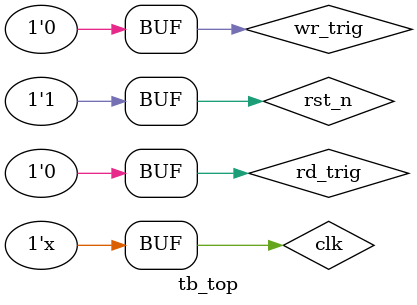
<source format=v>
/************************************************************************
 * Author        : Wen Chunyang
 * Email         : 1494640955@qq.com
 * Create time   : 2018-04-15 15:45
 * Last modified : 2018-04-15 15:45
 * Filename      : tb_top.v
 * Description   : 
 * *********************************************************************/
`timescale		1ns/1ns 

module	tb_top;

//=====================================================================\
// ********** Define Parameter and Internal Signals *************
//=====================================================================/
reg                             clk                             ;       
reg                             rst_n                           ;       
reg                             wr_trig                         ; 
reg                             rd_trig                         ; 

wire  [12: 0]   DRAM_ADDR                                       ;
wire  [ 1: 0]   DRAM_BA                                         ;
wire            DRAM_CAS_N                                      ;
wire            DRAM_CKE                                        ;
wire            DRAM_CLK                                        ;
wire            DRAM_CS_N                                       ;
wire  [15: 0]   DRAM_DQ                                         ;
wire  [ 3: 0]   DRAM_DQM                                        ;
wire            DRAM_RAS_N                                      ;
wire            DRAM_WE_N                                       ;

//======================================================================
// ***************      Main    Code    ****************
//======================================================================
always  #10      clk    =       ~clk;


initial begin
	clk		<=		1'b1;
	rst_n	<=		1'b0;
    wr_trig <=      1'b0;
    rd_trig <=      1'b0;
	#100
	rst_n	<=		1'b1;
    #205000
    wr_trig <=      1'b1;
    #20
    wr_trig <=      1'b0;
    #50000
    rd_trig <=      1'b1;
    #20
    rd_trig <=      1'b0;
end


//例化
sdram_model_plus    sdram_model_plus_inst(
        .Dq                     (DRAM_DQ                ),
        .Addr                   (DRAM_ADDR              ),
        .Ba                     (DRAM_BA                ),
        .Clk                    (DRAM_CLK               ),
        .Cke                    (DRAM_CKE               ),
        .Cs_n                   (DRAM_CS_N              ),
        .Ras_n                  (DRAM_RAS_N             ),
        .Cas_n                  (DRAM_CAS_N             ),
        .We_n                   (DRAM_WE_N              ),
        .Dqm                    (DRAM_DQM               ),
        .Debug                  (1'b1                   )
);

sdram_top   sdram_top_inst(
        .CLOCK_50               (clk                    ),
        .rst_n                  (rst_n                  ),
        //other
        .wr_trig                (wr_trig                ),
        .rd_trig                (rd_trig                ),
        //sdram
        .DRAM_ADDR              (DRAM_ADDR              ),
        .DRAM_BA                (DRAM_BA                ),
        .DRAM_CAS_N             (DRAM_CAS_N             ),
        .DRAM_CKE               (DRAM_CKE               ),
        .DRAM_CLK               (DRAM_CLK               ),
        .DRAM_CS_N              (DRAM_CS_N              ),
        .DRAM_DQ                (DRAM_DQ                ),
        .DRAM_DQM               (DRAM_DQM               ),
        .DRAM_RAS_N             (DRAM_RAS_N             ),
        .DRAM_WE_N              (DRAM_WE_N              )
);

defparam    sdram_model_plus_inst.addr_bits    =       13;
defparam    sdram_model_plus_inst.data_bits    =       16;
defparam    sdram_model_plus_inst.col_bits     =       10;
defparam    sdram_model_plus_inst.mem_sizes    =       2*1024*1024-1;


endmodule

</source>
